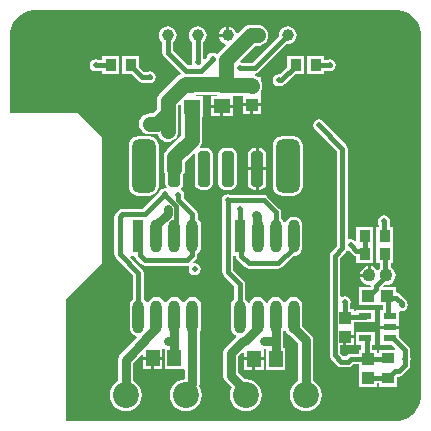
<source format=gbl>
G04*
G04 #@! TF.GenerationSoftware,Altium Limited,Altium Designer,19.0.10 (269)*
G04*
G04 Layer_Physical_Order=4*
G04 Layer_Color=16711680*
%FSLAX25Y25*%
%MOIN*%
G70*
G01*
G75*
%ADD19R,0.03937X0.03543*%
%ADD20R,0.03937X0.03937*%
%ADD21R,0.03937X0.03937*%
%ADD22R,0.03543X0.03937*%
%ADD42C,0.01500*%
%ADD44C,0.04362*%
%ADD45C,0.08661*%
%ADD46C,0.02000*%
%ADD47R,0.05315X0.04724*%
%ADD48R,0.05315X0.04528*%
%ADD49R,0.04528X0.05315*%
%ADD50C,0.03937*%
G04:AMPARAMS|DCode=51|XSize=39.37mil|YSize=118.11mil|CornerRadius=9.84mil|HoleSize=0mil|Usage=FLASHONLY|Rotation=180.000|XOffset=0mil|YOffset=0mil|HoleType=Round|Shape=RoundedRectangle|*
%AMROUNDEDRECTD51*
21,1,0.03937,0.09843,0,0,180.0*
21,1,0.01968,0.11811,0,0,180.0*
1,1,0.01968,-0.00984,0.04921*
1,1,0.01968,0.00984,0.04921*
1,1,0.01968,0.00984,-0.04921*
1,1,0.01968,-0.00984,-0.04921*
%
%ADD51ROUNDEDRECTD51*%
G04:AMPARAMS|DCode=52|XSize=78.74mil|YSize=177.17mil|CornerRadius=19.68mil|HoleSize=0mil|Usage=FLASHONLY|Rotation=180.000|XOffset=0mil|YOffset=0mil|HoleType=Round|Shape=RoundedRectangle|*
%AMROUNDEDRECTD52*
21,1,0.07874,0.13780,0,0,180.0*
21,1,0.03937,0.17717,0,0,180.0*
1,1,0.03937,-0.01968,0.06890*
1,1,0.03937,0.01968,0.06890*
1,1,0.03937,0.01968,-0.06890*
1,1,0.03937,-0.01968,-0.06890*
%
%ADD52ROUNDEDRECTD52*%
%ADD53R,0.03740X0.11024*%
%ADD54O,0.03740X0.11024*%
%ADD55R,0.04134X0.02165*%
%ADD56C,0.03000*%
%ADD57C,0.05000*%
G36*
X132471Y138145D02*
X134012Y137507D01*
X135400Y136580D01*
X136580Y135400D01*
X137507Y134012D01*
X138145Y132471D01*
X138471Y130834D01*
Y130000D01*
Y10000D01*
Y9166D01*
X138145Y7529D01*
X137507Y5988D01*
X136580Y4600D01*
X135400Y3420D01*
X134012Y2493D01*
X132471Y1855D01*
X130834Y1529D01*
X20000D01*
Y42000D01*
X32000Y54000D01*
Y96000D01*
X24000Y104000D01*
X1529D01*
Y130000D01*
Y130834D01*
X1855Y132471D01*
X2493Y134012D01*
X3420Y135400D01*
X4600Y136580D01*
X5988Y137507D01*
X7529Y138145D01*
X9166Y138471D01*
X130834D01*
X132471Y138145D01*
D02*
G37*
%LPC*%
G36*
X84000Y133530D02*
X81763D01*
X80850Y133410D01*
X79998Y133057D01*
X79267Y132496D01*
X77368Y130597D01*
X76894Y130758D01*
X76892Y130775D01*
X76593Y131497D01*
X76117Y132117D01*
X75497Y132593D01*
X74775Y132892D01*
X74500Y132928D01*
Y130000D01*
X74000D01*
Y129500D01*
X71072D01*
X71108Y129225D01*
X71407Y128503D01*
X71883Y127883D01*
X72503Y127407D01*
X73225Y127108D01*
X73242Y127106D01*
X73403Y126632D01*
X71004Y124233D01*
X70547Y123638D01*
X70442Y123642D01*
X69780Y124084D01*
X69000Y124239D01*
X68220Y124084D01*
X67558Y123642D01*
X67116Y122980D01*
X67059Y122693D01*
X66320Y121955D01*
X66211Y121950D01*
X65784Y122185D01*
Y127627D01*
X66117Y127883D01*
X66593Y128503D01*
X66892Y129225D01*
X66994Y130000D01*
X66892Y130775D01*
X66593Y131497D01*
X66117Y132117D01*
X65497Y132593D01*
X64775Y132892D01*
X64000Y132994D01*
X63225Y132892D01*
X62503Y132593D01*
X61883Y132117D01*
X61407Y131497D01*
X61108Y130775D01*
X61006Y130000D01*
X61108Y129225D01*
X61407Y128503D01*
X61883Y127883D01*
X62216Y127627D01*
Y121930D01*
X62116Y121780D01*
X61961Y121000D01*
X62053Y120534D01*
X61684Y120034D01*
X60710D01*
X55784Y124960D01*
Y127627D01*
X56117Y127883D01*
X56593Y128503D01*
X56892Y129225D01*
X56994Y130000D01*
X56892Y130775D01*
X56593Y131497D01*
X56117Y132117D01*
X55497Y132593D01*
X54775Y132892D01*
X54000Y132994D01*
X53225Y132892D01*
X52503Y132593D01*
X51883Y132117D01*
X51407Y131497D01*
X51108Y130775D01*
X51006Y130000D01*
X51108Y129225D01*
X51407Y128503D01*
X51883Y127883D01*
X52216Y127627D01*
Y124221D01*
X52351Y123538D01*
X52738Y122959D01*
X58271Y117426D01*
X58119Y116871D01*
X57608Y116660D01*
X56877Y116099D01*
X51504Y110725D01*
X50943Y109994D01*
X50590Y109143D01*
X50470Y108229D01*
Y105462D01*
X49049Y104042D01*
X48000D01*
X47086Y103922D01*
X46235Y103569D01*
X45504Y103008D01*
X44943Y102277D01*
X44590Y101426D01*
X44470Y100512D01*
X44590Y99598D01*
X44943Y98747D01*
X45504Y98016D01*
X46235Y97455D01*
X47086Y97102D01*
X48000Y96982D01*
X50512D01*
X50627Y96997D01*
X50943Y96235D01*
X51504Y95504D01*
X52235Y94943D01*
X53086Y94590D01*
X54000Y94470D01*
X54914Y94590D01*
X55765Y94943D01*
X56496Y95504D01*
X57057Y96235D01*
X57410Y97086D01*
X57530Y98000D01*
Y104000D01*
X57530Y104000D01*
X57530Y104000D01*
Y106767D01*
X57881Y107117D01*
X58342Y106926D01*
Y102898D01*
X58470D01*
Y96616D01*
X53724Y91870D01*
X53163Y91139D01*
X52811Y90288D01*
X52690Y89374D01*
Y85500D01*
X52811Y84586D01*
X53163Y83735D01*
X53213Y83670D01*
Y80579D01*
X53367Y79804D01*
X53620Y79426D01*
X53320Y78976D01*
X53000Y79039D01*
X52220Y78884D01*
X51558Y78442D01*
X51116Y77780D01*
X51081Y77604D01*
X45666Y72190D01*
X38879D01*
X38196Y72054D01*
X37617Y71667D01*
X36738Y70789D01*
X36351Y70210D01*
X36216Y69527D01*
Y56988D01*
X36351Y56305D01*
X36738Y55726D01*
X42468Y49997D01*
Y42119D01*
X42205Y41917D01*
X41745Y41317D01*
X41456Y40619D01*
X41357Y39870D01*
Y32587D01*
X41456Y31837D01*
X41745Y31139D01*
X42205Y30540D01*
X42805Y30080D01*
X43503Y29790D01*
X43600Y29778D01*
X43779Y29250D01*
X38198Y23669D01*
X37645Y22842D01*
X37451Y21866D01*
Y14714D01*
X37312Y14656D01*
X36198Y13802D01*
X35344Y12688D01*
X34806Y11392D01*
X34623Y10000D01*
X34806Y8608D01*
X35344Y7312D01*
X36198Y6198D01*
X37312Y5344D01*
X38608Y4806D01*
X40000Y4623D01*
X41392Y4806D01*
X42688Y5344D01*
X43802Y6198D01*
X44656Y7312D01*
X45193Y8608D01*
X45377Y10000D01*
X45193Y11392D01*
X44656Y12688D01*
X43802Y13802D01*
X42688Y14656D01*
X42549Y14714D01*
Y20810D01*
X45211Y23473D01*
X45673Y23281D01*
Y22847D01*
X48937D01*
X52201D01*
Y25337D01*
X52695Y25607D01*
X52957Y25445D01*
Y18689D01*
X59156D01*
X59484Y18689D01*
X59656Y18260D01*
Y15331D01*
X58608Y15193D01*
X57312Y14656D01*
X56198Y13802D01*
X55344Y12688D01*
X54807Y11392D01*
X54623Y10000D01*
X54807Y8608D01*
X55344Y7312D01*
X56198Y6198D01*
X57312Y5344D01*
X58608Y4806D01*
X60000Y4623D01*
X61392Y4806D01*
X62688Y5344D01*
X63802Y6198D01*
X64656Y7312D01*
X65193Y8608D01*
X65377Y10000D01*
X65193Y11392D01*
X64656Y12688D01*
X64568Y12803D01*
X64754Y13737D01*
Y31240D01*
X65001Y31837D01*
X65100Y32587D01*
Y39870D01*
X65001Y40619D01*
X64712Y41317D01*
X64252Y41917D01*
X63652Y42377D01*
X62954Y42666D01*
X62205Y42765D01*
X61456Y42666D01*
X60757Y42377D01*
X60158Y41917D01*
X59698Y41317D01*
X59479Y40789D01*
X58947D01*
X58728Y41317D01*
X58267Y41917D01*
X57668Y42377D01*
X56970Y42666D01*
X56221Y42765D01*
X55471Y42666D01*
X54773Y42377D01*
X54173Y41917D01*
X53714Y41317D01*
X53494Y40789D01*
X52962D01*
X52743Y41317D01*
X52283Y41917D01*
X51684Y42377D01*
X50985Y42666D01*
X50236Y42765D01*
X49487Y42666D01*
X48789Y42377D01*
X48189Y41917D01*
X47729Y41317D01*
X47510Y40789D01*
X46978D01*
X46759Y41317D01*
X46299Y41917D01*
X46036Y42119D01*
Y50736D01*
X45900Y51419D01*
X45514Y51998D01*
X41523Y55988D01*
X41730Y56488D01*
X42891D01*
X42974Y56075D01*
X43360Y55496D01*
X45129Y53727D01*
X45129Y53727D01*
X45708Y53340D01*
X46391Y53204D01*
X60447D01*
X60851Y53284D01*
X61152Y52834D01*
X61116Y52780D01*
X60961Y52000D01*
X61116Y51220D01*
X61558Y50558D01*
X62220Y50116D01*
X63000Y49961D01*
X63780Y50116D01*
X64442Y50558D01*
X64884Y51220D01*
X65039Y52000D01*
X64884Y52780D01*
X64442Y53442D01*
X63780Y53884D01*
X63000Y54039D01*
X62661Y53972D01*
X62415Y54433D01*
X63325Y55342D01*
X63325Y55342D01*
X63712Y55921D01*
X63847Y56604D01*
X63847Y56604D01*
Y57001D01*
X64252Y57311D01*
X64712Y57911D01*
X65001Y58609D01*
X65100Y59358D01*
Y66642D01*
X65001Y67391D01*
X64712Y68089D01*
X64252Y68689D01*
X63989Y68890D01*
Y70513D01*
X63853Y71196D01*
X63466Y71775D01*
X63466Y71775D01*
X59375Y75866D01*
X59412Y75920D01*
X59567Y76701D01*
X59412Y77481D01*
X58969Y78143D01*
X58500Y78456D01*
X58455Y79005D01*
X58466Y79035D01*
X58635Y79148D01*
X59074Y79804D01*
X59228Y80579D01*
Y83670D01*
X59278Y83735D01*
X59630Y84586D01*
X59751Y85500D01*
Y87912D01*
X62617Y90778D01*
X63078Y90532D01*
X63056Y90421D01*
Y80579D01*
X63210Y79804D01*
X63648Y79148D01*
X64305Y78710D01*
X65079Y78556D01*
X67047D01*
X67822Y78710D01*
X68478Y79148D01*
X68916Y79804D01*
X69070Y80579D01*
Y90421D01*
X68916Y91195D01*
X68478Y91852D01*
X67822Y92290D01*
X67047Y92444D01*
X65079D01*
X64942Y92417D01*
X64660Y92871D01*
X65057Y93388D01*
X65410Y94240D01*
X65530Y95154D01*
Y102898D01*
X65658D01*
Y109622D01*
X63412D01*
X63377Y109661D01*
X63599Y110161D01*
X70436D01*
X70468Y110122D01*
X70232Y109622D01*
X68343D01*
Y106858D01*
X72000D01*
X75657D01*
Y109375D01*
X75657Y109622D01*
X76053Y109875D01*
X78555D01*
X79031Y109819D01*
Y107350D01*
X82000D01*
X84969D01*
Y109819D01*
X84969Y109819D01*
Y110181D01*
X84969D01*
X84969Y110319D01*
Y111269D01*
X85057Y111384D01*
X85410Y112236D01*
X85530Y113150D01*
X85410Y114063D01*
X85057Y114915D01*
X84969Y115030D01*
Y116118D01*
X83958D01*
X83509Y116463D01*
X82898Y116716D01*
X82998Y117216D01*
X83000D01*
X83683Y117351D01*
X84262Y117738D01*
X93584Y127061D01*
X94000Y127006D01*
X94775Y127108D01*
X95497Y127407D01*
X96117Y127883D01*
X96593Y128503D01*
X96892Y129225D01*
X96994Y130000D01*
X96892Y130775D01*
X96593Y131497D01*
X96117Y132117D01*
X95497Y132593D01*
X94775Y132892D01*
X94000Y132994D01*
X93225Y132892D01*
X92503Y132593D01*
X91883Y132117D01*
X91407Y131497D01*
X91108Y130775D01*
X91006Y130000D01*
X91061Y129584D01*
X82261Y120784D01*
X78930D01*
X78780Y120884D01*
X78419Y120956D01*
X78254Y121498D01*
X83226Y126470D01*
X84000D01*
X84914Y126590D01*
X85765Y126943D01*
X86496Y127504D01*
X87057Y128235D01*
X87410Y129086D01*
X87530Y130000D01*
X87410Y130914D01*
X87057Y131765D01*
X86496Y132496D01*
X85765Y133057D01*
X84914Y133410D01*
X84000Y133530D01*
D02*
G37*
G36*
X73500Y132928D02*
X73225Y132892D01*
X72503Y132593D01*
X71883Y132117D01*
X71407Y131497D01*
X71108Y130775D01*
X71072Y130500D01*
X73500D01*
Y132928D01*
D02*
G37*
G36*
X37772Y122968D02*
X32228D01*
Y121784D01*
X30929D01*
X30780Y121884D01*
X30000Y122039D01*
X29220Y121884D01*
X28558Y121442D01*
X28116Y120780D01*
X27961Y120000D01*
X28116Y119220D01*
X28558Y118558D01*
X29220Y118116D01*
X30000Y117961D01*
X30780Y118116D01*
X30929Y118216D01*
X32228D01*
Y117032D01*
X37772D01*
Y122968D01*
D02*
G37*
G36*
X106118D02*
X100575D01*
Y117032D01*
X106118D01*
Y118216D01*
X107071D01*
X107220Y118116D01*
X108000Y117961D01*
X108780Y118116D01*
X109442Y118558D01*
X109884Y119220D01*
X110039Y120000D01*
X109884Y120780D01*
X109442Y121442D01*
X108780Y121884D01*
X108000Y122039D01*
X107220Y121884D01*
X107071Y121784D01*
X106118D01*
Y122968D01*
D02*
G37*
G36*
X99425D02*
X93882D01*
Y119555D01*
X91305Y116978D01*
X91000Y117039D01*
X90220Y116884D01*
X89558Y116442D01*
X89116Y115780D01*
X88961Y115000D01*
X89116Y114220D01*
X89558Y113558D01*
X90220Y113116D01*
X91000Y112961D01*
X91780Y113116D01*
X91963Y113238D01*
X92533Y113352D01*
X93112Y113738D01*
X96405Y117032D01*
X99425D01*
Y122968D01*
D02*
G37*
G36*
X44465D02*
X38921D01*
Y117032D01*
X41941D01*
X44234Y114738D01*
X44234Y114738D01*
X44813Y114351D01*
X45496Y114216D01*
X45496Y114216D01*
X47071D01*
X47220Y114116D01*
X48000Y113961D01*
X48780Y114116D01*
X49442Y114558D01*
X49884Y115220D01*
X50039Y116000D01*
X49884Y116780D01*
X49442Y117442D01*
X48780Y117884D01*
X48000Y118039D01*
X47220Y117884D01*
X47071Y117784D01*
X46235D01*
X44465Y119555D01*
Y122968D01*
D02*
G37*
G36*
X84969Y106350D02*
X82500D01*
Y103882D01*
X84969D01*
Y106350D01*
D02*
G37*
G36*
X81500D02*
X79031D01*
Y103882D01*
X81500D01*
Y106350D01*
D02*
G37*
G36*
X75657Y105858D02*
X72500D01*
Y103094D01*
X75657D01*
Y105858D01*
D02*
G37*
G36*
X71500D02*
X68343D01*
Y103094D01*
X71500D01*
Y105858D01*
D02*
G37*
G36*
X84764Y92444D02*
X84280D01*
Y86000D01*
X86787D01*
Y90421D01*
X86633Y91195D01*
X86194Y91852D01*
X85538Y92290D01*
X84764Y92444D01*
D02*
G37*
G36*
X83280D02*
X82795D01*
X82021Y92290D01*
X81365Y91852D01*
X80926Y91195D01*
X80772Y90421D01*
Y86000D01*
X83280D01*
Y92444D01*
D02*
G37*
G36*
X86787Y85000D02*
X84280D01*
Y78556D01*
X84764D01*
X85538Y78710D01*
X86194Y79148D01*
X86633Y79804D01*
X86787Y80579D01*
Y85000D01*
D02*
G37*
G36*
X83280D02*
X80772D01*
Y80579D01*
X80926Y79804D01*
X81365Y79148D01*
X82021Y78710D01*
X82795Y78556D01*
X83280D01*
Y85000D01*
D02*
G37*
G36*
X74921Y92444D02*
X72953D01*
X72179Y92290D01*
X71522Y91852D01*
X71084Y91195D01*
X70930Y90421D01*
Y80579D01*
X71084Y79804D01*
X71522Y79148D01*
X72179Y78710D01*
X72953Y78556D01*
X74921D01*
X75696Y78710D01*
X76352Y79148D01*
X76790Y79804D01*
X76944Y80579D01*
Y90421D01*
X76790Y91195D01*
X76352Y91852D01*
X75696Y92290D01*
X74921Y92444D01*
D02*
G37*
G36*
X95984Y96368D02*
X92047D01*
X91272Y96266D01*
X90550Y95967D01*
X89930Y95491D01*
X89454Y94871D01*
X89155Y94149D01*
X89053Y93374D01*
Y79594D01*
X89155Y78820D01*
X89454Y78097D01*
X89930Y77477D01*
X90550Y77002D01*
X91272Y76702D01*
X92047Y76600D01*
X95984D01*
X96759Y76702D01*
X97481Y77002D01*
X98101Y77477D01*
X98577Y78097D01*
X98876Y78820D01*
X98978Y79594D01*
Y93374D01*
X98876Y94149D01*
X98577Y94871D01*
X98101Y95491D01*
X97481Y95967D01*
X96759Y96266D01*
X95984Y96368D01*
D02*
G37*
G36*
X47953D02*
X44016D01*
X43241Y96266D01*
X42519Y95967D01*
X41899Y95491D01*
X41423Y94871D01*
X41124Y94149D01*
X41022Y93374D01*
Y79594D01*
X41124Y78820D01*
X41423Y78097D01*
X41899Y77477D01*
X42519Y77002D01*
X43241Y76702D01*
X44016Y76600D01*
X47953D01*
X48728Y76702D01*
X49450Y77002D01*
X50070Y77477D01*
X50546Y78097D01*
X50845Y78820D01*
X50947Y79594D01*
Y93374D01*
X50845Y94149D01*
X50546Y94871D01*
X50070Y95491D01*
X49450Y95967D01*
X48728Y96266D01*
X47953Y96368D01*
D02*
G37*
G36*
X74000Y77039D02*
X73220Y76884D01*
X72558Y76442D01*
X72116Y75780D01*
X71961Y75000D01*
X72116Y74220D01*
X72216Y74071D01*
Y51000D01*
X72351Y50317D01*
X72738Y49738D01*
X76247Y46229D01*
Y42119D01*
X75985Y41917D01*
X75524Y41317D01*
X75235Y40619D01*
X75137Y39870D01*
Y32587D01*
X75235Y31837D01*
X75524Y31139D01*
X75985Y30540D01*
X76584Y30080D01*
X76714Y30026D01*
X76831Y29436D01*
X73198Y25802D01*
X72645Y24975D01*
X72451Y24000D01*
Y16532D01*
X72645Y15556D01*
X73198Y14730D01*
X75313Y12614D01*
X74806Y11392D01*
X74623Y10000D01*
X74806Y8608D01*
X75344Y7312D01*
X76198Y6198D01*
X77312Y5344D01*
X78608Y4806D01*
X80000Y4623D01*
X81392Y4806D01*
X82688Y5344D01*
X83802Y6198D01*
X84656Y7312D01*
X85194Y8608D01*
X85377Y10000D01*
X85194Y11392D01*
X84656Y12688D01*
X83802Y13802D01*
X82688Y14656D01*
X81392Y15193D01*
X80000Y15377D01*
X79788Y15349D01*
X77549Y17588D01*
Y22944D01*
X78991Y24386D01*
X79453Y24195D01*
Y22650D01*
X82717D01*
X85980D01*
Y25435D01*
X86000Y25451D01*
X86736D01*
Y18492D01*
X93264D01*
Y25807D01*
X92549D01*
Y28000D01*
Y31240D01*
X92726Y31668D01*
X93258D01*
X93477Y31139D01*
X93937Y30540D01*
X94537Y30080D01*
X94792Y29974D01*
X97451Y27315D01*
Y14714D01*
X97312Y14656D01*
X96198Y13802D01*
X95344Y12688D01*
X94806Y11392D01*
X94623Y10000D01*
X94806Y8608D01*
X95344Y7312D01*
X96198Y6198D01*
X97312Y5344D01*
X98608Y4806D01*
X100000Y4623D01*
X101392Y4806D01*
X102688Y5344D01*
X103802Y6198D01*
X104656Y7312D01*
X105193Y8608D01*
X105377Y10000D01*
X105193Y11392D01*
X104656Y12688D01*
X103802Y13802D01*
X102688Y14656D01*
X102549Y14714D01*
Y28371D01*
X102355Y29346D01*
X101802Y30173D01*
X98879Y33096D01*
Y39870D01*
X98781Y40619D01*
X98491Y41317D01*
X98031Y41917D01*
X97432Y42377D01*
X96733Y42666D01*
X95984Y42765D01*
X95235Y42666D01*
X94537Y42377D01*
X93937Y41917D01*
X93477Y41317D01*
X93258Y40789D01*
X92726D01*
X92507Y41317D01*
X92047Y41917D01*
X91447Y42377D01*
X90749Y42666D01*
X90000Y42765D01*
X89251Y42666D01*
X88553Y42377D01*
X87953Y41917D01*
X87493Y41317D01*
X87274Y40789D01*
X86742D01*
X86523Y41317D01*
X86063Y41917D01*
X85463Y42377D01*
X84765Y42666D01*
X84016Y42765D01*
X83267Y42666D01*
X82568Y42377D01*
X81969Y41917D01*
X81509Y41317D01*
X81290Y40789D01*
X80758D01*
X80538Y41317D01*
X80079Y41917D01*
X79816Y42119D01*
Y46968D01*
X79680Y47651D01*
X79293Y48230D01*
X75784Y51739D01*
Y56488D01*
X76639D01*
X76753Y55916D01*
X77140Y55337D01*
X79738Y52738D01*
X80317Y52351D01*
X81000Y52216D01*
X90822D01*
X91505Y52351D01*
X92084Y52738D01*
X95829Y56484D01*
X95984Y56463D01*
X96733Y56562D01*
X97432Y56851D01*
X98031Y57311D01*
X98491Y57911D01*
X98781Y58609D01*
X98879Y59358D01*
Y66642D01*
X98781Y67391D01*
X98491Y68089D01*
X98031Y68689D01*
X97432Y69149D01*
X96733Y69438D01*
X95984Y69537D01*
X95235Y69438D01*
X94537Y69149D01*
X93937Y68689D01*
X93477Y68089D01*
X93258Y67560D01*
X92726D01*
X92507Y68089D01*
X92047Y68689D01*
X91784Y68890D01*
Y71000D01*
X91649Y71683D01*
X91262Y72262D01*
X91262Y72262D01*
X87262Y76262D01*
X86683Y76648D01*
X86000Y76784D01*
X74929D01*
X74780Y76884D01*
X74000Y77039D01*
D02*
G37*
G36*
X104488Y102039D02*
X103708Y101884D01*
X103046Y101442D01*
X102604Y100780D01*
X102449Y100000D01*
X102604Y99220D01*
X103046Y98558D01*
X103708Y98116D01*
X103884Y98081D01*
X110466Y91499D01*
Y59757D01*
X108520Y57811D01*
X108133Y57232D01*
X107997Y56550D01*
Y23329D01*
X108133Y22647D01*
X108520Y22068D01*
X110599Y19988D01*
X111178Y19602D01*
X111861Y19466D01*
X111861Y19466D01*
X114139D01*
X114822Y19602D01*
X115401Y19988D01*
X115778Y20365D01*
X117685D01*
Y19181D01*
X117685D01*
Y18819D01*
X117685D01*
Y12882D01*
X123622D01*
Y13968D01*
X124378D01*
Y12882D01*
X130315D01*
Y15902D01*
X130568Y16155D01*
X130939D01*
X131622Y16291D01*
X132201Y16678D01*
X134262Y18738D01*
X134262Y18738D01*
X134649Y19317D01*
X134784Y20000D01*
X134784Y20000D01*
Y21070D01*
X134884Y21220D01*
X135039Y22000D01*
X134884Y22780D01*
X134784Y22930D01*
Y24984D01*
X134784Y24984D01*
X134649Y25667D01*
X134262Y26246D01*
X131067Y29441D01*
Y32240D01*
X128000D01*
X124933D01*
Y30658D01*
Y26917D01*
X128544D01*
X129843Y25618D01*
X129636Y25118D01*
X124378D01*
Y24032D01*
X123622D01*
Y25118D01*
X122076D01*
Y26917D01*
X122996D01*
Y31083D01*
X116862D01*
Y26917D01*
X118507D01*
Y25118D01*
X117685D01*
Y23934D01*
X115039D01*
X115039Y23934D01*
X114356Y23798D01*
X113777Y23411D01*
X113777Y23411D01*
X113400Y23034D01*
X112600D01*
X111566Y24069D01*
Y26622D01*
X112500D01*
Y29591D01*
X113000D01*
Y30091D01*
X115969D01*
Y32559D01*
X115969D01*
Y32921D01*
X115969D01*
Y34401D01*
X116862D01*
Y34398D01*
X122996D01*
Y38563D01*
X116862D01*
Y37969D01*
X115969D01*
Y38858D01*
X114784D01*
Y40071D01*
X114884Y40220D01*
X115039Y41000D01*
X114884Y41780D01*
X114442Y42442D01*
X113780Y42884D01*
X113000Y43039D01*
X112220Y42884D01*
X112007Y42742D01*
X111566Y42977D01*
Y55810D01*
X113512Y57756D01*
X113896Y58332D01*
X114220Y58116D01*
X114565Y58047D01*
X115655Y56957D01*
X115655Y56957D01*
X116234Y56570D01*
X116882Y56441D01*
Y54031D01*
X122425D01*
Y59969D01*
X122425D01*
X122425Y60031D01*
X122425D01*
Y65969D01*
X116882D01*
Y61615D01*
X116382Y61482D01*
X115780Y61884D01*
X115000Y62039D01*
X114534Y61947D01*
X114034Y62316D01*
Y92238D01*
X114034Y92238D01*
X113899Y92921D01*
X113512Y93500D01*
X113512Y93500D01*
X106407Y100604D01*
X106372Y100780D01*
X105930Y101442D01*
X105269Y101884D01*
X104488Y102039D01*
D02*
G37*
G36*
X126150Y70039D02*
X125369Y69884D01*
X124708Y69442D01*
X124266Y68780D01*
X124110Y68000D01*
X124266Y67220D01*
X124461Y66927D01*
Y65969D01*
X123575D01*
Y60469D01*
X123575Y60031D01*
X123575Y59531D01*
Y54031D01*
X124767D01*
Y52452D01*
X124487Y52237D01*
X124250Y51928D01*
X123750D01*
X123513Y52237D01*
X122848Y52747D01*
X122074Y53068D01*
X121744Y53111D01*
Y49968D01*
X121244D01*
Y49468D01*
X118101D01*
X118145Y49138D01*
X118465Y48364D01*
X118975Y47700D01*
X119640Y47190D01*
X120414Y46869D01*
X121171Y46769D01*
X121267Y46734D01*
X121633Y46334D01*
X121634Y46328D01*
X121278Y45968D01*
X117882D01*
Y40031D01*
X123681D01*
X123819Y40031D01*
Y40031D01*
X124181D01*
Y40031D01*
X125791D01*
Y38563D01*
X124933D01*
Y34398D01*
Y33240D01*
X128000D01*
X131067D01*
Y34398D01*
Y37663D01*
X131567Y38047D01*
X132000Y37961D01*
X132780Y38116D01*
X133442Y38558D01*
X133884Y39220D01*
X134039Y40000D01*
X133884Y40780D01*
X133712Y41038D01*
X133649Y41356D01*
X133262Y41935D01*
X131360Y43837D01*
X130781Y44223D01*
X130118Y44355D01*
Y45968D01*
X125980D01*
X125789Y46430D01*
X126192Y46834D01*
X126756Y46760D01*
X127586Y46869D01*
X128360Y47190D01*
X129025Y47700D01*
X129535Y48364D01*
X129855Y49138D01*
X129964Y49968D01*
X129855Y50799D01*
X129535Y51573D01*
X129025Y52237D01*
X128360Y52747D01*
X128335Y52757D01*
Y54031D01*
X129118D01*
Y59531D01*
X129118Y59969D01*
X129118Y60469D01*
Y65969D01*
X128030D01*
Y67214D01*
X128034Y67220D01*
X128189Y68000D01*
X128034Y68780D01*
X127592Y69442D01*
X126930Y69884D01*
X126150Y70039D01*
D02*
G37*
G36*
X120744Y53111D02*
X120414Y53068D01*
X119640Y52747D01*
X118975Y52237D01*
X118465Y51573D01*
X118145Y50799D01*
X118101Y50468D01*
X120744D01*
Y53111D01*
D02*
G37*
G36*
X115969Y29091D02*
X113500D01*
Y26622D01*
X115969D01*
Y29091D01*
D02*
G37*
G36*
X52201Y21847D02*
X49437D01*
Y18689D01*
X52201D01*
Y21847D01*
D02*
G37*
G36*
X48437D02*
X45673D01*
Y18689D01*
X48437D01*
Y21847D01*
D02*
G37*
G36*
X85980Y21650D02*
X83217D01*
Y18492D01*
X85980D01*
Y21650D01*
D02*
G37*
G36*
X82217D02*
X79453D01*
Y18492D01*
X82217D01*
Y21650D01*
D02*
G37*
%LPD*%
D19*
X127347Y22346D02*
D03*
Y15654D02*
D03*
D20*
X82000Y106850D02*
D03*
Y113150D02*
D03*
X113000Y35890D02*
D03*
Y29591D02*
D03*
X120653Y15850D02*
D03*
Y22150D02*
D03*
D21*
X127150Y43000D02*
D03*
X120850D02*
D03*
D22*
X35000Y120000D02*
D03*
X41693D02*
D03*
X103347D02*
D03*
X96653D02*
D03*
X126347Y57000D02*
D03*
X119653D02*
D03*
X119653Y63000D02*
D03*
X126347D02*
D03*
D42*
X132000Y40000D02*
Y40673D01*
X130098Y42575D02*
X132000Y40673D01*
X127575Y42575D02*
X130098D01*
X127575Y36813D02*
Y42575D01*
X91850Y115000D02*
X96653Y119803D01*
X91000Y115000D02*
X91850D01*
X69000Y122111D02*
Y122200D01*
X65139Y118250D02*
X69000Y122111D01*
X59970Y118250D02*
X65139D01*
X53000Y76889D02*
X56750Y73139D01*
X53000Y76889D02*
Y77000D01*
X56750Y69266D02*
Y73139D01*
X57528Y75190D02*
X62205Y70513D01*
Y63000D02*
Y70513D01*
X57528Y75190D02*
Y76701D01*
X112250Y59018D02*
Y92238D01*
X109782Y56550D02*
X112250Y59018D01*
X109782Y23329D02*
Y56550D01*
Y23329D02*
X111861Y21250D01*
X115000Y60000D02*
X115135D01*
X116917Y58218D01*
X118632D01*
X119653Y57197D01*
X126150Y68000D02*
X126245Y67904D01*
Y63101D02*
Y67904D01*
Y63101D02*
X126347Y63000D01*
X130939Y17939D02*
X133000Y20000D01*
X128984Y29000D02*
X133000Y24984D01*
Y20000D02*
Y22000D01*
Y24984D01*
X111861Y21250D02*
X114139D01*
X115039Y22150D02*
X120653D01*
X114139Y21250D02*
X115039Y22150D01*
X104488Y100000D02*
X112250Y92238D01*
X127150Y43000D02*
X127575Y42575D01*
X123431Y46596D02*
X126756Y49921D01*
X123431Y45581D02*
Y46596D01*
X120850Y43000D02*
X123431Y45581D01*
X127908Y36480D02*
X128000D01*
X127575Y36813D02*
X127908Y36480D01*
X126756Y49921D02*
Y49968D01*
X119653Y57197D02*
Y63000D01*
X119653Y57000D02*
Y57197D01*
X126347Y57000D02*
X126551Y56795D01*
Y50173D02*
Y56795D01*
Y50173D02*
X126756Y49968D01*
X127248Y15752D02*
X127347Y15654D01*
X120752Y15752D02*
X127248D01*
X120653Y15850D02*
X120752Y15752D01*
X129829Y17939D02*
X130939D01*
X127543Y15654D02*
X129829Y17939D01*
X127347Y15654D02*
X127543D01*
X128000Y29000D02*
X128984D01*
X127248Y22248D02*
X127347Y22346D01*
X120752Y22248D02*
X127248D01*
X120653Y22150D02*
X120752Y22248D01*
X120291Y22512D02*
X120653Y22150D01*
X120291Y22512D02*
Y28667D01*
X119959Y29000D02*
X120291Y28667D01*
X119929Y29000D02*
X119959D01*
X119634Y36185D02*
X119929Y36480D01*
X113295Y36185D02*
X119634D01*
X113000Y35890D02*
X113295Y36185D01*
X113000Y35890D02*
Y41000D01*
X54000Y124221D02*
X59970Y118250D01*
X54000Y124221D02*
Y130000D01*
X64000Y121000D02*
Y130000D01*
X78000Y119000D02*
X83000D01*
X38879Y70406D02*
X46406D01*
X38000Y69527D02*
X38879Y70406D01*
X46406D02*
X53000Y77000D01*
X38000Y56988D02*
Y69527D01*
Y56988D02*
X44252Y50736D01*
Y36228D02*
Y50736D01*
X56649Y69165D02*
X56750Y69266D01*
X56649Y63429D02*
Y69165D01*
X56221Y63000D02*
X56649Y63429D01*
X74000Y51000D02*
Y75000D01*
X78031Y63000D02*
Y71969D01*
X78000Y72000D02*
X78031Y71969D01*
X74000Y51000D02*
X78031Y46968D01*
Y36228D02*
Y46968D01*
X74000Y75000D02*
X86000D01*
X90000Y71000D01*
Y63000D02*
Y71000D01*
X81000Y54000D02*
X90822D01*
X95984Y59162D01*
Y63000D01*
X78402Y56598D02*
X81000Y54000D01*
X78402Y56598D02*
Y62630D01*
X78031Y63000D02*
X78402Y62630D01*
X60447Y54988D02*
X62063Y56604D01*
Y62858D01*
X62205Y63000D01*
X46391Y54988D02*
X60447D01*
X44622Y56757D02*
X46391Y54988D01*
X44622Y56757D02*
Y62630D01*
X44252Y63000D02*
X44622Y62630D01*
X45496Y116000D02*
X48000D01*
X41693Y119803D02*
X45496Y116000D01*
X41693Y119803D02*
Y120000D01*
X96653Y119803D02*
Y120000D01*
X30000D02*
X35000D01*
X103347D02*
X108000D01*
X83000Y119000D02*
X94000Y130000D01*
D44*
X121244Y49968D02*
D03*
X126756D02*
D03*
D45*
X60000Y10000D02*
D03*
X100000D02*
D03*
X80000D02*
D03*
X40000D02*
D03*
D46*
X33685Y97079D02*
D03*
Y87120D02*
D03*
Y76710D02*
D03*
X33884Y65859D02*
D03*
X34000Y55712D02*
D03*
X24000Y41859D02*
D03*
Y32250D02*
D03*
X32243Y32391D02*
D03*
X32000Y43000D02*
D03*
X119929Y77000D02*
D03*
X91000Y115000D02*
D03*
X69000Y122200D02*
D03*
X57528Y76701D02*
D03*
X54000Y72000D02*
D03*
X126150Y68000D02*
D03*
X133000Y22000D02*
D03*
X39000Y34000D02*
D03*
X54000Y28000D02*
D03*
X89000Y98000D02*
D03*
X113000Y24000D02*
D03*
X115000Y60000D02*
D03*
X84000Y16000D02*
D03*
X104488Y100000D02*
D03*
X132000Y40000D02*
D03*
X113000Y41000D02*
D03*
X49000Y18000D02*
D03*
X86000Y28000D02*
D03*
X64000Y121000D02*
D03*
X78000Y119000D02*
D03*
X89000Y109000D02*
D03*
X78000Y72000D02*
D03*
X74000Y75000D02*
D03*
X53000Y77000D02*
D03*
X83476Y70000D02*
D03*
X63000Y52000D02*
D03*
X106000Y129000D02*
D03*
X48000Y116000D02*
D03*
X30000Y120000D02*
D03*
X108000D02*
D03*
X48000Y100512D02*
D03*
X54000Y104000D02*
D03*
Y98000D02*
D03*
X34000Y128858D02*
D03*
D47*
X62000Y113740D02*
D03*
Y106260D02*
D03*
D48*
X72000Y106358D02*
D03*
Y113642D02*
D03*
D49*
X56221Y22346D02*
D03*
X48937D02*
D03*
X90000Y22150D02*
D03*
X82717D02*
D03*
D50*
X94000Y130000D02*
D03*
X64000D02*
D03*
X54000D02*
D03*
X84000D02*
D03*
X74000D02*
D03*
D51*
X83780Y85500D02*
D03*
X73937D02*
D03*
X66063D02*
D03*
X56221D02*
D03*
D52*
X45984Y86484D02*
D03*
X94016D02*
D03*
D53*
X44252Y63000D02*
D03*
X78031D02*
D03*
D54*
X50236D02*
D03*
X56221D02*
D03*
X62205D02*
D03*
X44252Y36228D02*
D03*
X50236D02*
D03*
X56221D02*
D03*
X62205D02*
D03*
X95984D02*
D03*
X90000D02*
D03*
X84016D02*
D03*
X78031D02*
D03*
X95984Y63000D02*
D03*
X90000D02*
D03*
X84016D02*
D03*
D55*
X128000Y36480D02*
D03*
Y32740D02*
D03*
Y29000D02*
D03*
X119929D02*
D03*
Y36480D02*
D03*
D56*
X56221Y28004D02*
Y36228D01*
Y22346D02*
Y28004D01*
X54000D02*
X56221D01*
X54000Y28000D02*
Y28004D01*
Y70406D02*
Y72000D01*
X48937Y22346D02*
X49000Y22284D01*
X46504Y28371D02*
Y28655D01*
X50236Y32386D01*
Y36228D01*
X40000Y21866D02*
X46504Y28371D01*
X40000Y10000D02*
Y21866D01*
X60000Y10000D02*
Y11532D01*
X62205Y13737D01*
Y36228D01*
X75000Y24000D02*
X79004Y28004D01*
X79629D01*
X84016Y32391D01*
Y36228D01*
X75000Y16532D02*
Y24000D01*
Y16532D02*
X80000Y11532D01*
Y10000D02*
Y11532D01*
X95984Y32386D02*
Y36228D01*
Y32386D02*
X100000Y28371D01*
Y10000D02*
Y28371D01*
X90000Y28000D02*
Y36228D01*
Y22150D02*
Y28000D01*
X86000D02*
X90000D01*
X50236Y66642D02*
X54000Y70406D01*
X50236Y63000D02*
Y66642D01*
X83476Y70000D02*
X83780Y69697D01*
Y63236D02*
Y69697D01*
Y63236D02*
X84016Y63000D01*
D57*
X73500Y115142D02*
Y121737D01*
X72000Y113642D02*
X73500Y115142D01*
Y121737D02*
X81763Y130000D01*
X84000D01*
X72158Y113406D02*
X81744D01*
X50512Y100512D02*
X54000Y104000D01*
X48000Y100512D02*
X50512D01*
X54000Y98000D02*
Y104000D01*
Y108229D01*
X59373Y113602D01*
X61862D01*
X62000Y113740D01*
X81744Y113406D02*
X82000Y113150D01*
X72000Y113563D02*
X72158Y113406D01*
X72000Y113563D02*
Y113642D01*
X71951Y113691D02*
X72000Y113642D01*
X62049Y113691D02*
X71951D01*
X62000Y113740D02*
X62049Y113691D01*
X62000Y95154D02*
Y106260D01*
X56221Y89374D02*
X62000Y95154D01*
X56221Y85500D02*
Y89374D01*
M02*

</source>
